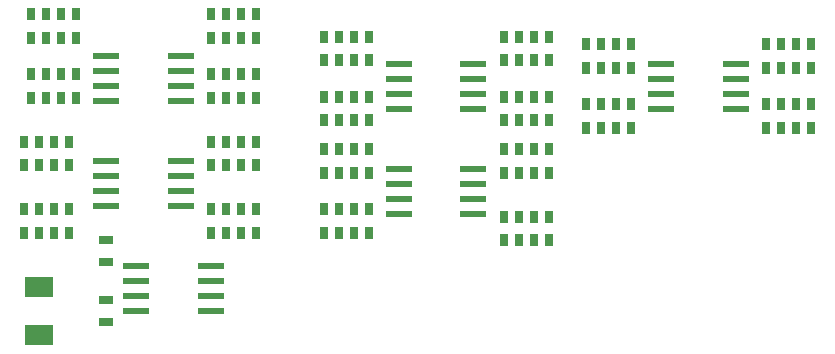
<source format=gtp>
G04 EAGLE Gerber X2 export*
%TF.Part,Single*%
%TF.FileFunction,Other,Top Paste*%
%TF.FilePolarity,Positive*%
%TF.GenerationSoftware,Autodesk,EAGLE,8.7.1*%
%TF.CreationDate,2018-03-29T20:03:01Z*%
G75*
%MOMM*%
%FSLAX34Y34*%
%LPD*%
%AMOC8*
5,1,8,0,0,1.08239X$1,22.5*%
G01*
%ADD10R,2.400000X1.800000*%
%ADD11R,2.200000X0.500000*%
%ADD12R,0.650000X1.000000*%
%ADD13R,1.200000X0.800000*%


D10*
X133350Y293300D03*
X133350Y252800D03*
D11*
X253790Y361950D03*
X253790Y374550D03*
X253790Y387250D03*
X253790Y399950D03*
X190710Y361950D03*
X190710Y374650D03*
X190710Y387350D03*
X190710Y400050D03*
D12*
X317500Y416400D03*
X304800Y416400D03*
X292100Y416400D03*
X279400Y416400D03*
X317500Y396400D03*
X304800Y396400D03*
X292100Y396400D03*
X279400Y396400D03*
X317500Y359250D03*
X304800Y359250D03*
X292100Y359250D03*
X279400Y359250D03*
X317500Y339250D03*
X304800Y339250D03*
X292100Y339250D03*
X279400Y339250D03*
X120650Y339250D03*
X133350Y339250D03*
X146050Y339250D03*
X158750Y339250D03*
X120650Y359250D03*
X133350Y359250D03*
X146050Y359250D03*
X158750Y359250D03*
X120650Y396400D03*
X133350Y396400D03*
X146050Y396400D03*
X158750Y396400D03*
X120650Y416400D03*
X133350Y416400D03*
X146050Y416400D03*
X158750Y416400D03*
D11*
X253790Y450850D03*
X253790Y463450D03*
X253790Y476150D03*
X253790Y488850D03*
X190710Y450850D03*
X190710Y463550D03*
X190710Y476250D03*
X190710Y488950D03*
D12*
X317500Y524350D03*
X304800Y524350D03*
X292100Y524350D03*
X279400Y524350D03*
X317500Y504350D03*
X304800Y504350D03*
X292100Y504350D03*
X279400Y504350D03*
X317500Y473550D03*
X304800Y473550D03*
X292100Y473550D03*
X279400Y473550D03*
X317500Y453550D03*
X304800Y453550D03*
X292100Y453550D03*
X279400Y453550D03*
X127000Y453550D03*
X139700Y453550D03*
X152400Y453550D03*
X165100Y453550D03*
X127000Y473550D03*
X139700Y473550D03*
X152400Y473550D03*
X165100Y473550D03*
X127000Y504350D03*
X139700Y504350D03*
X152400Y504350D03*
X165100Y504350D03*
X127000Y524350D03*
X139700Y524350D03*
X152400Y524350D03*
X165100Y524350D03*
D11*
X501440Y444500D03*
X501440Y457100D03*
X501440Y469800D03*
X501440Y482500D03*
X438360Y444500D03*
X438360Y457200D03*
X438360Y469900D03*
X438360Y482600D03*
D12*
X565150Y505300D03*
X552450Y505300D03*
X539750Y505300D03*
X527050Y505300D03*
X565150Y485300D03*
X552450Y485300D03*
X539750Y485300D03*
X527050Y485300D03*
X565150Y454500D03*
X552450Y454500D03*
X539750Y454500D03*
X527050Y454500D03*
X565150Y434500D03*
X552450Y434500D03*
X539750Y434500D03*
X527050Y434500D03*
X374650Y434500D03*
X387350Y434500D03*
X400050Y434500D03*
X412750Y434500D03*
X374650Y454500D03*
X387350Y454500D03*
X400050Y454500D03*
X412750Y454500D03*
X374650Y485300D03*
X387350Y485300D03*
X400050Y485300D03*
X412750Y485300D03*
X374650Y505300D03*
X387350Y505300D03*
X400050Y505300D03*
X412750Y505300D03*
D11*
X501440Y355600D03*
X501440Y368200D03*
X501440Y380900D03*
X501440Y393600D03*
X438360Y355600D03*
X438360Y368300D03*
X438360Y381000D03*
X438360Y393700D03*
D12*
X565150Y410050D03*
X552450Y410050D03*
X539750Y410050D03*
X527050Y410050D03*
X565150Y390050D03*
X552450Y390050D03*
X539750Y390050D03*
X527050Y390050D03*
X565150Y352900D03*
X552450Y352900D03*
X539750Y352900D03*
X527050Y352900D03*
X565150Y332900D03*
X552450Y332900D03*
X539750Y332900D03*
X527050Y332900D03*
X374650Y339250D03*
X387350Y339250D03*
X400050Y339250D03*
X412750Y339250D03*
X374650Y359250D03*
X387350Y359250D03*
X400050Y359250D03*
X412750Y359250D03*
X374650Y390050D03*
X387350Y390050D03*
X400050Y390050D03*
X412750Y390050D03*
X374650Y410050D03*
X387350Y410050D03*
X400050Y410050D03*
X412750Y410050D03*
D11*
X723690Y444500D03*
X723690Y457100D03*
X723690Y469800D03*
X723690Y482500D03*
X660610Y444500D03*
X660610Y457200D03*
X660610Y469900D03*
X660610Y482600D03*
D12*
X787400Y498950D03*
X774700Y498950D03*
X762000Y498950D03*
X749300Y498950D03*
X787400Y478950D03*
X774700Y478950D03*
X762000Y478950D03*
X749300Y478950D03*
X787400Y448150D03*
X774700Y448150D03*
X762000Y448150D03*
X749300Y448150D03*
X787400Y428150D03*
X774700Y428150D03*
X762000Y428150D03*
X749300Y428150D03*
X596900Y428150D03*
X609600Y428150D03*
X622300Y428150D03*
X635000Y428150D03*
X596900Y448150D03*
X609600Y448150D03*
X622300Y448150D03*
X635000Y448150D03*
X596900Y478950D03*
X609600Y478950D03*
X622300Y478950D03*
X635000Y478950D03*
X596900Y498950D03*
X609600Y498950D03*
X622300Y498950D03*
X635000Y498950D03*
D11*
X216110Y311150D03*
X216110Y298550D03*
X216110Y285850D03*
X216110Y273150D03*
X279190Y311150D03*
X279190Y298450D03*
X279190Y285750D03*
X279190Y273050D03*
D13*
X190500Y314850D03*
X190500Y332850D03*
X190500Y264050D03*
X190500Y282050D03*
M02*

</source>
